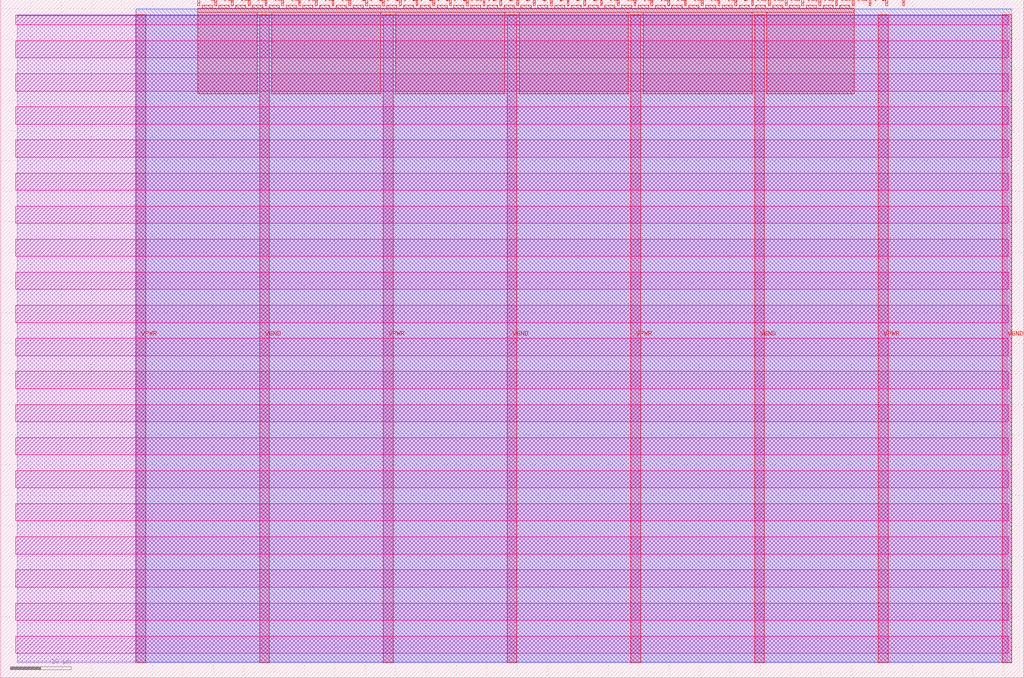
<source format=lef>
VERSION 5.7 ;
  NOWIREEXTENSIONATPIN ON ;
  DIVIDERCHAR "/" ;
  BUSBITCHARS "[]" ;
MACRO tt_um_wokwi_380409568391147521_dup
  CLASS BLOCK ;
  FOREIGN tt_um_wokwi_380409568391147521_dup ;
  ORIGIN 0.000 0.000 ;
  SIZE 168.360 BY 111.520 ;
  PIN VGND
    DIRECTION INOUT ;
    USE GROUND ;
    PORT
      LAYER met4 ;
        RECT 42.670 2.480 44.270 109.040 ;
    END
    PORT
      LAYER met4 ;
        RECT 83.380 2.480 84.980 109.040 ;
    END
    PORT
      LAYER met4 ;
        RECT 124.090 2.480 125.690 109.040 ;
    END
    PORT
      LAYER met4 ;
        RECT 164.800 2.480 166.400 109.040 ;
    END
  END VGND
  PIN VPWR
    DIRECTION INOUT ;
    USE POWER ;
    PORT
      LAYER met4 ;
        RECT 22.315 2.480 23.915 109.040 ;
    END
    PORT
      LAYER met4 ;
        RECT 63.025 2.480 64.625 109.040 ;
    END
    PORT
      LAYER met4 ;
        RECT 103.735 2.480 105.335 109.040 ;
    END
    PORT
      LAYER met4 ;
        RECT 144.445 2.480 146.045 109.040 ;
    END
  END VPWR
  PIN clk
    DIRECTION INPUT ;
    USE SIGNAL ;
    PORT
      LAYER met4 ;
        RECT 145.670 110.520 145.970 111.520 ;
    END
  END clk
  PIN ena
    DIRECTION INPUT ;
    USE SIGNAL ;
    PORT
      LAYER met4 ;
        RECT 148.430 110.520 148.730 111.520 ;
    END
  END ena
  PIN rst_n
    DIRECTION INPUT ;
    USE SIGNAL ;
    PORT
      LAYER met4 ;
        RECT 142.910 110.520 143.210 111.520 ;
    END
  END rst_n
  PIN ui_in[0]
    DIRECTION INPUT ;
    USE SIGNAL ;
    ANTENNAGATEAREA 0.196500 ;
    PORT
      LAYER met4 ;
        RECT 140.150 110.520 140.450 111.520 ;
    END
  END ui_in[0]
  PIN ui_in[1]
    DIRECTION INPUT ;
    USE SIGNAL ;
    ANTENNAGATEAREA 0.196500 ;
    PORT
      LAYER met4 ;
        RECT 137.390 110.520 137.690 111.520 ;
    END
  END ui_in[1]
  PIN ui_in[2]
    DIRECTION INPUT ;
    USE SIGNAL ;
    ANTENNAGATEAREA 0.196500 ;
    PORT
      LAYER met4 ;
        RECT 134.630 110.520 134.930 111.520 ;
    END
  END ui_in[2]
  PIN ui_in[3]
    DIRECTION INPUT ;
    USE SIGNAL ;
    ANTENNAGATEAREA 0.196500 ;
    PORT
      LAYER met4 ;
        RECT 131.870 110.520 132.170 111.520 ;
    END
  END ui_in[3]
  PIN ui_in[4]
    DIRECTION INPUT ;
    USE SIGNAL ;
    ANTENNAGATEAREA 0.196500 ;
    PORT
      LAYER met4 ;
        RECT 129.110 110.520 129.410 111.520 ;
    END
  END ui_in[4]
  PIN ui_in[5]
    DIRECTION INPUT ;
    USE SIGNAL ;
    ANTENNAGATEAREA 0.196500 ;
    PORT
      LAYER met4 ;
        RECT 126.350 110.520 126.650 111.520 ;
    END
  END ui_in[5]
  PIN ui_in[6]
    DIRECTION INPUT ;
    USE SIGNAL ;
    ANTENNAGATEAREA 0.196500 ;
    PORT
      LAYER met4 ;
        RECT 123.590 110.520 123.890 111.520 ;
    END
  END ui_in[6]
  PIN ui_in[7]
    DIRECTION INPUT ;
    USE SIGNAL ;
    ANTENNAGATEAREA 0.196500 ;
    PORT
      LAYER met4 ;
        RECT 120.830 110.520 121.130 111.520 ;
    END
  END ui_in[7]
  PIN uio_in[0]
    DIRECTION INPUT ;
    USE SIGNAL ;
    PORT
      LAYER met4 ;
        RECT 118.070 110.520 118.370 111.520 ;
    END
  END uio_in[0]
  PIN uio_in[1]
    DIRECTION INPUT ;
    USE SIGNAL ;
    PORT
      LAYER met4 ;
        RECT 115.310 110.520 115.610 111.520 ;
    END
  END uio_in[1]
  PIN uio_in[2]
    DIRECTION INPUT ;
    USE SIGNAL ;
    PORT
      LAYER met4 ;
        RECT 112.550 110.520 112.850 111.520 ;
    END
  END uio_in[2]
  PIN uio_in[3]
    DIRECTION INPUT ;
    USE SIGNAL ;
    PORT
      LAYER met4 ;
        RECT 109.790 110.520 110.090 111.520 ;
    END
  END uio_in[3]
  PIN uio_in[4]
    DIRECTION INPUT ;
    USE SIGNAL ;
    PORT
      LAYER met4 ;
        RECT 107.030 110.520 107.330 111.520 ;
    END
  END uio_in[4]
  PIN uio_in[5]
    DIRECTION INPUT ;
    USE SIGNAL ;
    PORT
      LAYER met4 ;
        RECT 104.270 110.520 104.570 111.520 ;
    END
  END uio_in[5]
  PIN uio_in[6]
    DIRECTION INPUT ;
    USE SIGNAL ;
    PORT
      LAYER met4 ;
        RECT 101.510 110.520 101.810 111.520 ;
    END
  END uio_in[6]
  PIN uio_in[7]
    DIRECTION INPUT ;
    USE SIGNAL ;
    PORT
      LAYER met4 ;
        RECT 98.750 110.520 99.050 111.520 ;
    END
  END uio_in[7]
  PIN uio_oe[0]
    DIRECTION OUTPUT TRISTATE ;
    USE SIGNAL ;
    PORT
      LAYER met4 ;
        RECT 51.830 110.520 52.130 111.520 ;
    END
  END uio_oe[0]
  PIN uio_oe[1]
    DIRECTION OUTPUT TRISTATE ;
    USE SIGNAL ;
    PORT
      LAYER met4 ;
        RECT 49.070 110.520 49.370 111.520 ;
    END
  END uio_oe[1]
  PIN uio_oe[2]
    DIRECTION OUTPUT TRISTATE ;
    USE SIGNAL ;
    PORT
      LAYER met4 ;
        RECT 46.310 110.520 46.610 111.520 ;
    END
  END uio_oe[2]
  PIN uio_oe[3]
    DIRECTION OUTPUT TRISTATE ;
    USE SIGNAL ;
    PORT
      LAYER met4 ;
        RECT 43.550 110.520 43.850 111.520 ;
    END
  END uio_oe[3]
  PIN uio_oe[4]
    DIRECTION OUTPUT TRISTATE ;
    USE SIGNAL ;
    PORT
      LAYER met4 ;
        RECT 40.790 110.520 41.090 111.520 ;
    END
  END uio_oe[4]
  PIN uio_oe[5]
    DIRECTION OUTPUT TRISTATE ;
    USE SIGNAL ;
    PORT
      LAYER met4 ;
        RECT 38.030 110.520 38.330 111.520 ;
    END
  END uio_oe[5]
  PIN uio_oe[6]
    DIRECTION OUTPUT TRISTATE ;
    USE SIGNAL ;
    PORT
      LAYER met4 ;
        RECT 35.270 110.520 35.570 111.520 ;
    END
  END uio_oe[6]
  PIN uio_oe[7]
    DIRECTION OUTPUT TRISTATE ;
    USE SIGNAL ;
    PORT
      LAYER met4 ;
        RECT 32.510 110.520 32.810 111.520 ;
    END
  END uio_oe[7]
  PIN uio_out[0]
    DIRECTION OUTPUT TRISTATE ;
    USE SIGNAL ;
    PORT
      LAYER met4 ;
        RECT 73.910 110.520 74.210 111.520 ;
    END
  END uio_out[0]
  PIN uio_out[1]
    DIRECTION OUTPUT TRISTATE ;
    USE SIGNAL ;
    PORT
      LAYER met4 ;
        RECT 71.150 110.520 71.450 111.520 ;
    END
  END uio_out[1]
  PIN uio_out[2]
    DIRECTION OUTPUT TRISTATE ;
    USE SIGNAL ;
    PORT
      LAYER met4 ;
        RECT 68.390 110.520 68.690 111.520 ;
    END
  END uio_out[2]
  PIN uio_out[3]
    DIRECTION OUTPUT TRISTATE ;
    USE SIGNAL ;
    PORT
      LAYER met4 ;
        RECT 65.630 110.520 65.930 111.520 ;
    END
  END uio_out[3]
  PIN uio_out[4]
    DIRECTION OUTPUT TRISTATE ;
    USE SIGNAL ;
    PORT
      LAYER met4 ;
        RECT 62.870 110.520 63.170 111.520 ;
    END
  END uio_out[4]
  PIN uio_out[5]
    DIRECTION OUTPUT TRISTATE ;
    USE SIGNAL ;
    PORT
      LAYER met4 ;
        RECT 60.110 110.520 60.410 111.520 ;
    END
  END uio_out[5]
  PIN uio_out[6]
    DIRECTION OUTPUT TRISTATE ;
    USE SIGNAL ;
    PORT
      LAYER met4 ;
        RECT 57.350 110.520 57.650 111.520 ;
    END
  END uio_out[6]
  PIN uio_out[7]
    DIRECTION OUTPUT TRISTATE ;
    USE SIGNAL ;
    PORT
      LAYER met4 ;
        RECT 54.590 110.520 54.890 111.520 ;
    END
  END uio_out[7]
  PIN uo_out[0]
    DIRECTION OUTPUT TRISTATE ;
    USE SIGNAL ;
    ANTENNADIFFAREA 0.795200 ;
    PORT
      LAYER met4 ;
        RECT 95.990 110.520 96.290 111.520 ;
    END
  END uo_out[0]
  PIN uo_out[1]
    DIRECTION OUTPUT TRISTATE ;
    USE SIGNAL ;
    PORT
      LAYER met4 ;
        RECT 93.230 110.520 93.530 111.520 ;
    END
  END uo_out[1]
  PIN uo_out[2]
    DIRECTION OUTPUT TRISTATE ;
    USE SIGNAL ;
    PORT
      LAYER met4 ;
        RECT 90.470 110.520 90.770 111.520 ;
    END
  END uo_out[2]
  PIN uo_out[3]
    DIRECTION OUTPUT TRISTATE ;
    USE SIGNAL ;
    PORT
      LAYER met4 ;
        RECT 87.710 110.520 88.010 111.520 ;
    END
  END uo_out[3]
  PIN uo_out[4]
    DIRECTION OUTPUT TRISTATE ;
    USE SIGNAL ;
    PORT
      LAYER met4 ;
        RECT 84.950 110.520 85.250 111.520 ;
    END
  END uo_out[4]
  PIN uo_out[5]
    DIRECTION OUTPUT TRISTATE ;
    USE SIGNAL ;
    PORT
      LAYER met4 ;
        RECT 82.190 110.520 82.490 111.520 ;
    END
  END uo_out[5]
  PIN uo_out[6]
    DIRECTION OUTPUT TRISTATE ;
    USE SIGNAL ;
    ANTENNADIFFAREA 0.795200 ;
    PORT
      LAYER met4 ;
        RECT 79.430 110.520 79.730 111.520 ;
    END
  END uo_out[6]
  PIN uo_out[7]
    DIRECTION OUTPUT TRISTATE ;
    USE SIGNAL ;
    PORT
      LAYER met4 ;
        RECT 76.670 110.520 76.970 111.520 ;
    END
  END uo_out[7]
  OBS
      LAYER nwell ;
        RECT 2.570 107.385 165.790 108.990 ;
        RECT 2.570 101.945 165.790 104.775 ;
        RECT 2.570 96.505 165.790 99.335 ;
        RECT 2.570 91.065 165.790 93.895 ;
        RECT 2.570 85.625 165.790 88.455 ;
        RECT 2.570 80.185 165.790 83.015 ;
        RECT 2.570 74.745 165.790 77.575 ;
        RECT 2.570 69.305 165.790 72.135 ;
        RECT 2.570 63.865 165.790 66.695 ;
        RECT 2.570 58.425 165.790 61.255 ;
        RECT 2.570 52.985 165.790 55.815 ;
        RECT 2.570 47.545 165.790 50.375 ;
        RECT 2.570 42.105 165.790 44.935 ;
        RECT 2.570 36.665 165.790 39.495 ;
        RECT 2.570 31.225 165.790 34.055 ;
        RECT 2.570 25.785 165.790 28.615 ;
        RECT 2.570 20.345 165.790 23.175 ;
        RECT 2.570 14.905 165.790 17.735 ;
        RECT 2.570 9.465 165.790 12.295 ;
        RECT 2.570 4.025 165.790 6.855 ;
      LAYER li1 ;
        RECT 2.760 2.635 165.600 108.885 ;
      LAYER met1 ;
        RECT 2.760 2.480 166.400 109.040 ;
      LAYER met2 ;
        RECT 22.345 2.535 166.370 110.005 ;
      LAYER met3 ;
        RECT 22.325 2.555 166.390 109.985 ;
      LAYER met4 ;
        RECT 33.210 110.120 34.870 110.650 ;
        RECT 35.970 110.120 37.630 110.650 ;
        RECT 38.730 110.120 40.390 110.650 ;
        RECT 41.490 110.120 43.150 110.650 ;
        RECT 44.250 110.120 45.910 110.650 ;
        RECT 47.010 110.120 48.670 110.650 ;
        RECT 49.770 110.120 51.430 110.650 ;
        RECT 52.530 110.120 54.190 110.650 ;
        RECT 55.290 110.120 56.950 110.650 ;
        RECT 58.050 110.120 59.710 110.650 ;
        RECT 60.810 110.120 62.470 110.650 ;
        RECT 63.570 110.120 65.230 110.650 ;
        RECT 66.330 110.120 67.990 110.650 ;
        RECT 69.090 110.120 70.750 110.650 ;
        RECT 71.850 110.120 73.510 110.650 ;
        RECT 74.610 110.120 76.270 110.650 ;
        RECT 77.370 110.120 79.030 110.650 ;
        RECT 80.130 110.120 81.790 110.650 ;
        RECT 82.890 110.120 84.550 110.650 ;
        RECT 85.650 110.120 87.310 110.650 ;
        RECT 88.410 110.120 90.070 110.650 ;
        RECT 91.170 110.120 92.830 110.650 ;
        RECT 93.930 110.120 95.590 110.650 ;
        RECT 96.690 110.120 98.350 110.650 ;
        RECT 99.450 110.120 101.110 110.650 ;
        RECT 102.210 110.120 103.870 110.650 ;
        RECT 104.970 110.120 106.630 110.650 ;
        RECT 107.730 110.120 109.390 110.650 ;
        RECT 110.490 110.120 112.150 110.650 ;
        RECT 113.250 110.120 114.910 110.650 ;
        RECT 116.010 110.120 117.670 110.650 ;
        RECT 118.770 110.120 120.430 110.650 ;
        RECT 121.530 110.120 123.190 110.650 ;
        RECT 124.290 110.120 125.950 110.650 ;
        RECT 127.050 110.120 128.710 110.650 ;
        RECT 129.810 110.120 131.470 110.650 ;
        RECT 132.570 110.120 134.230 110.650 ;
        RECT 135.330 110.120 136.990 110.650 ;
        RECT 138.090 110.120 139.750 110.650 ;
        RECT 32.495 109.440 140.465 110.120 ;
        RECT 32.495 96.055 42.270 109.440 ;
        RECT 44.670 96.055 62.625 109.440 ;
        RECT 65.025 96.055 82.980 109.440 ;
        RECT 85.380 96.055 103.335 109.440 ;
        RECT 105.735 96.055 123.690 109.440 ;
        RECT 126.090 96.055 140.465 109.440 ;
  END
END tt_um_wokwi_380409568391147521_dup
END LIBRARY


</source>
